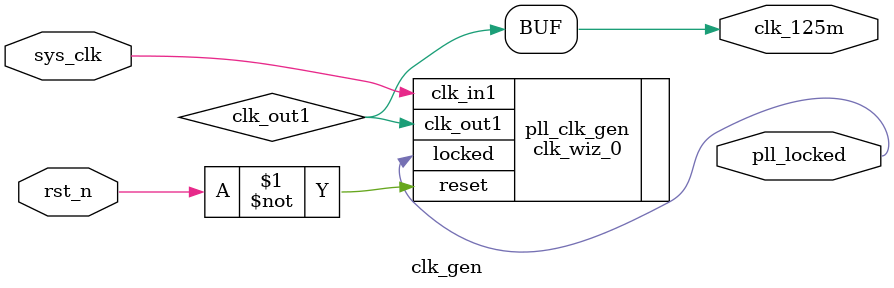
<source format=v>
`timescale 1ns / 1ps


module clk_gen(
    input sys_clk,
    input rst_n,
    output clk_125m,
    output pll_locked
);

    assign clk_125m = clk_out1;
      clk_wiz_0 pll_clk_gen(
        // Clock out ports
        .clk_out1(clk_out1),     // output clk_out1
        // Status and control signals
        .reset(~rst_n), // input reset
        .locked(pll_locked),       // output locked
    // Clock in ports
        .clk_in1(sys_clk)// input clk_in1
    );      
endmodule

</source>
